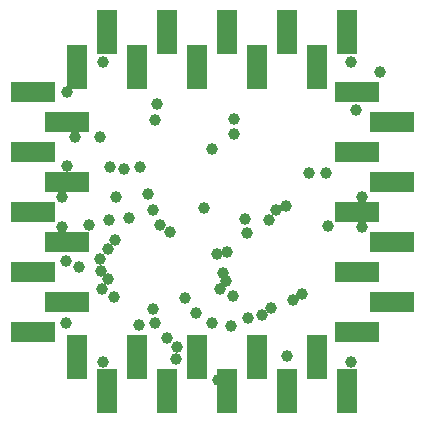
<source format=gbr>
G04 #@! TF.FileFunction,Soldermask,Bot*
%FSLAX46Y46*%
G04 Gerber Fmt 4.6, Leading zero omitted, Abs format (unit mm)*
G04 Created by KiCad (PCBNEW 4.0.5) date Thu Feb 16 13:03:40 2017*
%MOMM*%
%LPD*%
G01*
G04 APERTURE LIST*
%ADD10C,0.100000*%
%ADD11R,3.830000X1.670000*%
%ADD12R,1.670000X3.830000*%
%ADD13C,1.000000*%
G04 APERTURE END LIST*
D10*
D11*
X-190000Y4840000D03*
X-190000Y9920000D03*
X2730000Y7380000D03*
X2730000Y12460000D03*
X2730000Y17540000D03*
X2730000Y22620000D03*
X-190000Y15000000D03*
X-190000Y20080000D03*
X-190000Y25160000D03*
D12*
X26430000Y-190000D03*
X23890000Y2730000D03*
X18810000Y2730000D03*
X21350000Y-190000D03*
X16270000Y-190000D03*
X11190000Y-190000D03*
X6110000Y-190000D03*
X13730000Y2730000D03*
X8650000Y2730000D03*
X3570000Y2730000D03*
D11*
X27270000Y4840000D03*
X27270000Y9920000D03*
X30190000Y7380000D03*
X30190000Y12460000D03*
X30190000Y17540000D03*
X30190000Y22620000D03*
X27270000Y15000000D03*
X27270000Y20080000D03*
X27270000Y25160000D03*
D12*
X26430000Y30190000D03*
X23890000Y27270000D03*
X18810000Y27270000D03*
X21350000Y30190000D03*
X16270000Y30190000D03*
X11190000Y30190000D03*
X6110000Y30190000D03*
X13730000Y27270000D03*
X8650000Y27270000D03*
X3570000Y27270000D03*
D13*
X6170729Y11862703D03*
X2270000Y16270000D03*
X2270000Y13730000D03*
X16300000Y11600000D03*
X15400000Y11400000D03*
X5770000Y27730000D03*
X5477162Y11039990D03*
X3230000Y27730000D03*
X5584046Y10000000D03*
X3230000Y2270000D03*
X15940376Y9839990D03*
X5770000Y2270000D03*
X16201255Y9126156D03*
X16200000Y30400000D03*
X6800000Y12600000D03*
X6871998Y16222330D03*
X13716000Y27686000D03*
X6144056Y9290808D03*
X13716000Y2286000D03*
X5700000Y8500000D03*
X13674456Y6466431D03*
X12000000Y3600000D03*
X15494000Y762000D03*
X15700000Y8500000D03*
X26770000Y27730000D03*
X16800000Y7900000D03*
X23219510Y18288000D03*
X24638000Y18288000D03*
X24230000Y27730000D03*
X6690000Y7750000D03*
X24230000Y2270000D03*
X8800000Y5400000D03*
X26770000Y2270000D03*
X18000000Y6000000D03*
X27730000Y13730000D03*
X19200000Y6300000D03*
X27730000Y16270000D03*
X24800000Y13800000D03*
X10200000Y5600000D03*
X27200000Y23600000D03*
X29200000Y26800000D03*
X3400000Y21378010D03*
X10300000Y24100000D03*
X14300000Y15300000D03*
X20000000Y6900000D03*
X6330000Y18800000D03*
X19800000Y14300000D03*
X10000000Y15200000D03*
X10000000Y6800000D03*
X5511008Y21322639D03*
X10200000Y22800000D03*
X11200000Y4300000D03*
X21336000Y2794000D03*
X12700000Y7700000D03*
X8636000Y2794000D03*
X11400000Y13300000D03*
X17933845Y13221064D03*
X10560010Y13901018D03*
X8900000Y18800000D03*
X2730500Y18923000D03*
X20400000Y15200000D03*
X17789969Y14356546D03*
X9545237Y16553263D03*
X2681085Y25171426D03*
X7500000Y18600000D03*
X8000000Y14500000D03*
X16600000Y5300000D03*
X18542000Y3556000D03*
X21844000Y7500000D03*
X15000000Y5600000D03*
X22600000Y8085990D03*
X11938000Y2540000D03*
X21235961Y15536793D03*
X15000000Y20300000D03*
X4585838Y13860010D03*
X16891000Y22860000D03*
X2667000Y10858500D03*
X2921000Y7302500D03*
X6239990Y14276120D03*
X3700000Y10320000D03*
X2600000Y5600000D03*
X16891000Y21590000D03*
M02*

</source>
